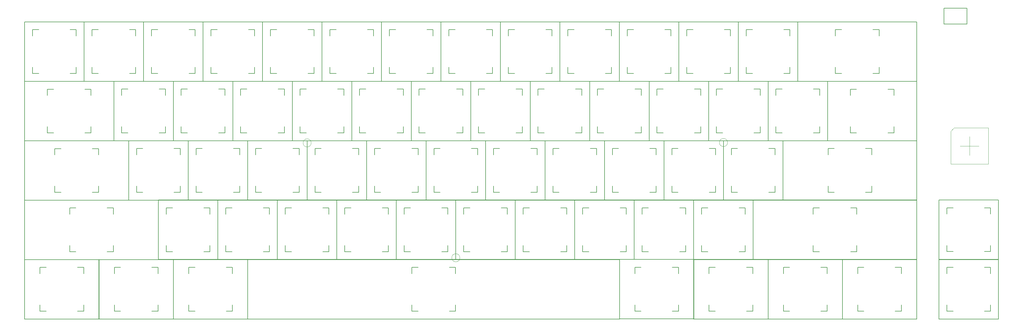
<source format=gbr>
G04 #@! TF.GenerationSoftware,KiCad,Pcbnew,(5.1.5)-3*
G04 #@! TF.CreationDate,2020-03-15T19:25:50-07:00*
G04 #@! TF.ProjectId,keyboard-layout,6b657962-6f61-4726-942d-6c61796f7574,rev?*
G04 #@! TF.SameCoordinates,Original*
G04 #@! TF.FileFunction,OtherDrawing,Comment*
%FSLAX46Y46*%
G04 Gerber Fmt 4.6, Leading zero omitted, Abs format (unit mm)*
G04 Created by KiCad (PCBNEW (5.1.5)-3) date 2020-03-15 19:25:50*
%MOMM*%
%LPD*%
G04 APERTURE LIST*
%ADD10C,0.120000*%
%ADD11C,0.150000*%
%ADD12C,0.200000*%
%ADD13C,0.100000*%
G04 APERTURE END LIST*
D10*
X317653040Y-53997320D02*
X328653040Y-53997320D01*
X328653040Y-53997320D02*
X328653040Y-65597320D01*
X328653040Y-65597320D02*
X316653040Y-65597320D01*
X316653040Y-65597320D02*
X316653040Y-55097320D01*
X316653040Y-55097320D02*
X317653040Y-53997320D01*
X322653040Y-56797320D02*
X322653040Y-62797320D01*
X319653040Y-59797320D02*
X325653040Y-59797320D01*
D11*
X253602500Y-41571660D02*
X255602500Y-41571660D01*
X255602500Y-41571660D02*
X255602500Y-43571660D01*
X253602500Y-55571660D02*
X255602500Y-55571660D01*
X255602500Y-55571660D02*
X255602500Y-53571660D01*
X241602500Y-53571660D02*
X241602500Y-55571660D01*
X241602500Y-55571660D02*
X243602500Y-55571660D01*
X243602500Y-41571660D02*
X241602500Y-41571660D01*
X241602500Y-41571660D02*
X241602500Y-43571660D01*
X239077500Y-39046660D02*
X258127500Y-39046660D01*
X258127500Y-39046660D02*
X258127500Y-58096660D01*
X258127500Y-58096660D02*
X239077500Y-58096660D01*
X239077500Y-58096660D02*
X239077500Y-39046660D01*
X156023320Y-98711500D02*
X158023320Y-98711500D01*
X158023320Y-98711500D02*
X158023320Y-100711500D01*
X156023320Y-112711500D02*
X158023320Y-112711500D01*
X158023320Y-112711500D02*
X158023320Y-110711500D01*
X144023320Y-110711500D02*
X144023320Y-112711500D01*
X144023320Y-112711500D02*
X146023320Y-112711500D01*
X146023320Y-98711500D02*
X144023320Y-98711500D01*
X144023320Y-98711500D02*
X144023320Y-100711500D01*
X91492070Y-96186500D02*
X210554570Y-96186500D01*
X210554570Y-96186500D02*
X210554570Y-115236500D01*
X91492070Y-115236500D02*
X210554570Y-115236500D01*
X91492070Y-115236500D02*
X91492070Y-96186500D01*
D12*
X321849750Y-15621000D02*
X321849750Y-20701000D01*
X314483750Y-15621000D02*
X321849750Y-15621000D01*
X314483750Y-20701000D02*
X314483750Y-15621000D01*
X321849750Y-20701000D02*
X314483750Y-20701000D01*
D11*
X77379840Y-79653880D02*
X79379840Y-79653880D01*
X79379840Y-79653880D02*
X79379840Y-81653880D01*
X77379840Y-93653880D02*
X79379840Y-93653880D01*
X79379840Y-93653880D02*
X79379840Y-91653880D01*
X65379840Y-91653880D02*
X65379840Y-93653880D01*
X65379840Y-93653880D02*
X67379840Y-93653880D01*
X67379840Y-79653880D02*
X65379840Y-79653880D01*
X65379840Y-79653880D02*
X65379840Y-81653880D01*
X62854840Y-77128880D02*
X81904840Y-77128880D01*
X81904840Y-77128880D02*
X81904840Y-96178880D01*
X81904840Y-96178880D02*
X62854840Y-96178880D01*
X62854840Y-96178880D02*
X62854840Y-77128880D01*
X158352500Y-41571660D02*
X160352500Y-41571660D01*
X160352500Y-41571660D02*
X160352500Y-43571660D01*
X158352500Y-55571660D02*
X160352500Y-55571660D01*
X160352500Y-55571660D02*
X160352500Y-53571660D01*
X146352500Y-53571660D02*
X146352500Y-55571660D01*
X146352500Y-55571660D02*
X148352500Y-55571660D01*
X148352500Y-41571660D02*
X146352500Y-41571660D01*
X146352500Y-41571660D02*
X146352500Y-43571660D01*
X143827500Y-39046660D02*
X162877500Y-39046660D01*
X162877500Y-39046660D02*
X162877500Y-58096660D01*
X162877500Y-58096660D02*
X143827500Y-58096660D01*
X143827500Y-58096660D02*
X143827500Y-39046660D01*
X96429840Y-79653880D02*
X98429840Y-79653880D01*
X98429840Y-79653880D02*
X98429840Y-81653880D01*
X96429840Y-93653880D02*
X98429840Y-93653880D01*
X98429840Y-93653880D02*
X98429840Y-91653880D01*
X84429840Y-91653880D02*
X84429840Y-93653880D01*
X84429840Y-93653880D02*
X86429840Y-93653880D01*
X86429840Y-79653880D02*
X84429840Y-79653880D01*
X84429840Y-79653880D02*
X84429840Y-81653880D01*
X81904840Y-77128880D02*
X100954840Y-77128880D01*
X100954840Y-77128880D02*
X100954840Y-96178880D01*
X100954840Y-96178880D02*
X81904840Y-96178880D01*
X81904840Y-96178880D02*
X81904840Y-77128880D01*
X60745380Y-98716580D02*
X62745380Y-98716580D01*
X62745380Y-98716580D02*
X62745380Y-100716580D01*
X60745380Y-112716580D02*
X62745380Y-112716580D01*
X62745380Y-112716580D02*
X62745380Y-110716580D01*
X48745380Y-110716580D02*
X48745380Y-112716580D01*
X48745380Y-112716580D02*
X50745380Y-112716580D01*
X50745380Y-98716580D02*
X48745380Y-98716580D01*
X48745380Y-98716580D02*
X48745380Y-100716580D01*
X43839130Y-96191580D02*
X67651630Y-96191580D01*
X67651630Y-96191580D02*
X67651630Y-115241580D01*
X67651630Y-115241580D02*
X43839130Y-115241580D01*
X43839130Y-115241580D02*
X43839130Y-96191580D01*
X251222520Y-98716580D02*
X253222520Y-98716580D01*
X253222520Y-98716580D02*
X253222520Y-100716580D01*
X251222520Y-112716580D02*
X253222520Y-112716580D01*
X253222520Y-112716580D02*
X253222520Y-110716580D01*
X239222520Y-110716580D02*
X239222520Y-112716580D01*
X239222520Y-112716580D02*
X241222520Y-112716580D01*
X241222520Y-98716580D02*
X239222520Y-98716580D01*
X239222520Y-98716580D02*
X239222520Y-100716580D01*
X234316270Y-96191580D02*
X258128770Y-96191580D01*
X258128770Y-96191580D02*
X258128770Y-115241580D01*
X258128770Y-115241580D02*
X234316270Y-115241580D01*
X234316270Y-115241580D02*
X234316270Y-96191580D01*
X82152500Y-41571660D02*
X84152500Y-41571660D01*
X84152500Y-41571660D02*
X84152500Y-43571660D01*
X82152500Y-55571660D02*
X84152500Y-55571660D01*
X84152500Y-55571660D02*
X84152500Y-53571660D01*
X70152500Y-53571660D02*
X70152500Y-55571660D01*
X70152500Y-55571660D02*
X72152500Y-55571660D01*
X72152500Y-41571660D02*
X70152500Y-41571660D01*
X70152500Y-41571660D02*
X70152500Y-43571660D01*
X67627500Y-39046660D02*
X86677500Y-39046660D01*
X86677500Y-39046660D02*
X86677500Y-58096660D01*
X86677500Y-58096660D02*
X67627500Y-58096660D01*
X67627500Y-58096660D02*
X67627500Y-39046660D01*
X134529840Y-79653880D02*
X136529840Y-79653880D01*
X136529840Y-79653880D02*
X136529840Y-81653880D01*
X134529840Y-93653880D02*
X136529840Y-93653880D01*
X136529840Y-93653880D02*
X136529840Y-91653880D01*
X122529840Y-91653880D02*
X122529840Y-93653880D01*
X122529840Y-93653880D02*
X124529840Y-93653880D01*
X124529840Y-79653880D02*
X122529840Y-79653880D01*
X122529840Y-79653880D02*
X122529840Y-81653880D01*
X120004840Y-77128880D02*
X139054840Y-77128880D01*
X139054840Y-77128880D02*
X139054840Y-96178880D01*
X139054840Y-96178880D02*
X120004840Y-96178880D01*
X120004840Y-96178880D02*
X120004840Y-77128880D01*
X177402500Y-41571660D02*
X179402500Y-41571660D01*
X179402500Y-41571660D02*
X179402500Y-43571660D01*
X177402500Y-55571660D02*
X179402500Y-55571660D01*
X179402500Y-55571660D02*
X179402500Y-53571660D01*
X165402500Y-53571660D02*
X165402500Y-55571660D01*
X165402500Y-55571660D02*
X167402500Y-55571660D01*
X167402500Y-41571660D02*
X165402500Y-41571660D01*
X165402500Y-41571660D02*
X165402500Y-43571660D01*
X162877500Y-39046660D02*
X181927500Y-39046660D01*
X181927500Y-39046660D02*
X181927500Y-58096660D01*
X181927500Y-58096660D02*
X162877500Y-58096660D01*
X162877500Y-58096660D02*
X162877500Y-39046660D01*
X39282380Y-41579280D02*
X41282380Y-41579280D01*
X41282380Y-41579280D02*
X41282380Y-43579280D01*
X39282380Y-55579280D02*
X41282380Y-55579280D01*
X41282380Y-55579280D02*
X41282380Y-53579280D01*
X27282380Y-53579280D02*
X27282380Y-55579280D01*
X27282380Y-55579280D02*
X29282380Y-55579280D01*
X29282380Y-41579280D02*
X27282380Y-41579280D01*
X27282380Y-41579280D02*
X27282380Y-43579280D01*
X19994880Y-39054280D02*
X48569880Y-39054280D01*
X48569880Y-39054280D02*
X48569880Y-58104280D01*
X48569880Y-58104280D02*
X19994880Y-58104280D01*
X19994880Y-58104280D02*
X19994880Y-39054280D01*
X139302500Y-41571660D02*
X141302500Y-41571660D01*
X141302500Y-41571660D02*
X141302500Y-43571660D01*
X139302500Y-55571660D02*
X141302500Y-55571660D01*
X141302500Y-55571660D02*
X141302500Y-53571660D01*
X127302500Y-53571660D02*
X127302500Y-55571660D01*
X127302500Y-55571660D02*
X129302500Y-55571660D01*
X129302500Y-41571660D02*
X127302500Y-41571660D01*
X127302500Y-41571660D02*
X127302500Y-43571660D01*
X124777500Y-39046660D02*
X143827500Y-39046660D01*
X143827500Y-39046660D02*
X143827500Y-58096660D01*
X143827500Y-58096660D02*
X124777500Y-58096660D01*
X124777500Y-58096660D02*
X124777500Y-39046660D01*
X248829840Y-79653880D02*
X250829840Y-79653880D01*
X250829840Y-79653880D02*
X250829840Y-81653880D01*
X248829840Y-93653880D02*
X250829840Y-93653880D01*
X250829840Y-93653880D02*
X250829840Y-91653880D01*
X236829840Y-91653880D02*
X236829840Y-93653880D01*
X236829840Y-93653880D02*
X238829840Y-93653880D01*
X238829840Y-79653880D02*
X236829840Y-79653880D01*
X236829840Y-79653880D02*
X236829840Y-81653880D01*
X234304840Y-77128880D02*
X253354840Y-77128880D01*
X253354840Y-77128880D02*
X253354840Y-96178880D01*
X253354840Y-96178880D02*
X234304840Y-96178880D01*
X234304840Y-96178880D02*
X234304840Y-77128880D01*
X46427400Y-79674200D02*
X48427400Y-79674200D01*
X48427400Y-79674200D02*
X48427400Y-81674200D01*
X46427400Y-93674200D02*
X48427400Y-93674200D01*
X48427400Y-93674200D02*
X48427400Y-91674200D01*
X34427400Y-91674200D02*
X34427400Y-93674200D01*
X34427400Y-93674200D02*
X36427400Y-93674200D01*
X36427400Y-79674200D02*
X34427400Y-79674200D01*
X34427400Y-79674200D02*
X34427400Y-81674200D01*
X19996150Y-77149200D02*
X62858650Y-77149200D01*
X62858650Y-77149200D02*
X62858650Y-96199200D01*
X19996150Y-96199200D02*
X62858650Y-96199200D01*
X19996150Y-96199200D02*
X19996150Y-77149200D01*
X284552400Y-79658960D02*
X286552400Y-79658960D01*
X286552400Y-79658960D02*
X286552400Y-81658960D01*
X284552400Y-93658960D02*
X286552400Y-93658960D01*
X286552400Y-93658960D02*
X286552400Y-91658960D01*
X272552400Y-91658960D02*
X272552400Y-93658960D01*
X272552400Y-93658960D02*
X274552400Y-93658960D01*
X274552400Y-79658960D02*
X272552400Y-79658960D01*
X272552400Y-79658960D02*
X272552400Y-81658960D01*
X253358650Y-77133960D02*
X305746150Y-77133960D01*
X305746150Y-77133960D02*
X305746150Y-96183960D01*
X253358650Y-96183960D02*
X305746150Y-96183960D01*
X253358650Y-96183960D02*
X253358650Y-77133960D01*
X239317540Y-60621660D02*
X241317540Y-60621660D01*
X241317540Y-60621660D02*
X241317540Y-62621660D01*
X239317540Y-74621660D02*
X241317540Y-74621660D01*
X241317540Y-74621660D02*
X241317540Y-72621660D01*
X227317540Y-72621660D02*
X227317540Y-74621660D01*
X227317540Y-74621660D02*
X229317540Y-74621660D01*
X229317540Y-60621660D02*
X227317540Y-60621660D01*
X227317540Y-60621660D02*
X227317540Y-62621660D01*
X224792540Y-58096660D02*
X243842540Y-58096660D01*
X243842540Y-58096660D02*
X243842540Y-77146660D01*
X243842540Y-77146660D02*
X224792540Y-77146660D01*
X224792540Y-77146660D02*
X224792540Y-58096660D01*
X86917540Y-60621660D02*
X88917540Y-60621660D01*
X88917540Y-60621660D02*
X88917540Y-62621660D01*
X86917540Y-74621660D02*
X88917540Y-74621660D01*
X88917540Y-74621660D02*
X88917540Y-72621660D01*
X74917540Y-72621660D02*
X74917540Y-74621660D01*
X74917540Y-74621660D02*
X76917540Y-74621660D01*
X76917540Y-60621660D02*
X74917540Y-60621660D01*
X74917540Y-60621660D02*
X74917540Y-62621660D01*
X72392540Y-58096660D02*
X91442540Y-58096660D01*
X91442540Y-58096660D02*
X91442540Y-77146660D01*
X91442540Y-77146660D02*
X72392540Y-77146660D01*
X72392540Y-77146660D02*
X72392540Y-58096660D01*
X120252500Y-41571660D02*
X122252500Y-41571660D01*
X122252500Y-41571660D02*
X122252500Y-43571660D01*
X120252500Y-55571660D02*
X122252500Y-55571660D01*
X122252500Y-55571660D02*
X122252500Y-53571660D01*
X108252500Y-53571660D02*
X108252500Y-55571660D01*
X108252500Y-55571660D02*
X110252500Y-55571660D01*
X110252500Y-41571660D02*
X108252500Y-41571660D01*
X108252500Y-41571660D02*
X108252500Y-43571660D01*
X105727500Y-39046660D02*
X124777500Y-39046660D01*
X124777500Y-39046660D02*
X124777500Y-58096660D01*
X124777500Y-58096660D02*
X105727500Y-58096660D01*
X105727500Y-58096660D02*
X105727500Y-39046660D01*
X258367540Y-60621660D02*
X260367540Y-60621660D01*
X260367540Y-60621660D02*
X260367540Y-62621660D01*
X258367540Y-74621660D02*
X260367540Y-74621660D01*
X260367540Y-74621660D02*
X260367540Y-72621660D01*
X246367540Y-72621660D02*
X246367540Y-74621660D01*
X246367540Y-74621660D02*
X248367540Y-74621660D01*
X248367540Y-60621660D02*
X246367540Y-60621660D01*
X246367540Y-60621660D02*
X246367540Y-62621660D01*
X243842540Y-58096660D02*
X262892540Y-58096660D01*
X262892540Y-58096660D02*
X262892540Y-77146660D01*
X262892540Y-77146660D02*
X243842540Y-77146660D01*
X243842540Y-77146660D02*
X243842540Y-58096660D01*
X63102500Y-41571660D02*
X65102500Y-41571660D01*
X65102500Y-41571660D02*
X65102500Y-43571660D01*
X63102500Y-55571660D02*
X65102500Y-55571660D01*
X65102500Y-55571660D02*
X65102500Y-53571660D01*
X51102500Y-53571660D02*
X51102500Y-55571660D01*
X51102500Y-55571660D02*
X53102500Y-55571660D01*
X53102500Y-41571660D02*
X51102500Y-41571660D01*
X51102500Y-41571660D02*
X51102500Y-43571660D01*
X48577500Y-39046660D02*
X67627500Y-39046660D01*
X67627500Y-39046660D02*
X67627500Y-58096660D01*
X67627500Y-58096660D02*
X48577500Y-58096660D01*
X48577500Y-58096660D02*
X48577500Y-39046660D01*
X234552500Y-41571660D02*
X236552500Y-41571660D01*
X236552500Y-41571660D02*
X236552500Y-43571660D01*
X234552500Y-55571660D02*
X236552500Y-55571660D01*
X236552500Y-55571660D02*
X236552500Y-53571660D01*
X222552500Y-53571660D02*
X222552500Y-55571660D01*
X222552500Y-55571660D02*
X224552500Y-55571660D01*
X224552500Y-41571660D02*
X222552500Y-41571660D01*
X222552500Y-41571660D02*
X222552500Y-43571660D01*
X220027500Y-39046660D02*
X239077500Y-39046660D01*
X239077500Y-39046660D02*
X239077500Y-58096660D01*
X239077500Y-58096660D02*
X220027500Y-58096660D01*
X220027500Y-58096660D02*
X220027500Y-39046660D01*
X215502500Y-41571660D02*
X217502500Y-41571660D01*
X217502500Y-41571660D02*
X217502500Y-43571660D01*
X215502500Y-55571660D02*
X217502500Y-55571660D01*
X217502500Y-55571660D02*
X217502500Y-53571660D01*
X203502500Y-53571660D02*
X203502500Y-55571660D01*
X203502500Y-55571660D02*
X205502500Y-55571660D01*
X205502500Y-41571660D02*
X203502500Y-41571660D01*
X203502500Y-41571660D02*
X203502500Y-43571660D01*
X200977500Y-39046660D02*
X220027500Y-39046660D01*
X220027500Y-39046660D02*
X220027500Y-58096660D01*
X220027500Y-58096660D02*
X200977500Y-58096660D01*
X200977500Y-58096660D02*
X200977500Y-39046660D01*
X172629840Y-79653880D02*
X174629840Y-79653880D01*
X174629840Y-79653880D02*
X174629840Y-81653880D01*
X172629840Y-93653880D02*
X174629840Y-93653880D01*
X174629840Y-93653880D02*
X174629840Y-91653880D01*
X160629840Y-91653880D02*
X160629840Y-93653880D01*
X160629840Y-93653880D02*
X162629840Y-93653880D01*
X162629840Y-79653880D02*
X160629840Y-79653880D01*
X160629840Y-79653880D02*
X160629840Y-81653880D01*
X158104840Y-77128880D02*
X177154840Y-77128880D01*
X177154840Y-77128880D02*
X177154840Y-96178880D01*
X177154840Y-96178880D02*
X158104840Y-96178880D01*
X158104840Y-96178880D02*
X158104840Y-77128880D01*
X244077500Y-22521660D02*
X246077500Y-22521660D01*
X246077500Y-22521660D02*
X246077500Y-24521660D01*
X244077500Y-36521660D02*
X246077500Y-36521660D01*
X246077500Y-36521660D02*
X246077500Y-34521660D01*
X232077500Y-34521660D02*
X232077500Y-36521660D01*
X232077500Y-36521660D02*
X234077500Y-36521660D01*
X234077500Y-22521660D02*
X232077500Y-22521660D01*
X232077500Y-22521660D02*
X232077500Y-24521660D01*
X229552500Y-19996660D02*
X248602500Y-19996660D01*
X248602500Y-19996660D02*
X248602500Y-39046660D01*
X248602500Y-39046660D02*
X229552500Y-39046660D01*
X229552500Y-39046660D02*
X229552500Y-19996660D01*
X275029940Y-98716580D02*
X277029940Y-98716580D01*
X277029940Y-98716580D02*
X277029940Y-100716580D01*
X275029940Y-112716580D02*
X277029940Y-112716580D01*
X277029940Y-112716580D02*
X277029940Y-110716580D01*
X263029940Y-110716580D02*
X263029940Y-112716580D01*
X263029940Y-112716580D02*
X265029940Y-112716580D01*
X265029940Y-98716580D02*
X263029940Y-98716580D01*
X263029940Y-98716580D02*
X263029940Y-100716580D01*
X258123690Y-96191580D02*
X281936190Y-96191580D01*
X281936190Y-96191580D02*
X281936190Y-115241580D01*
X281936190Y-115241580D02*
X258123690Y-115241580D01*
X258123690Y-115241580D02*
X258123690Y-96191580D01*
X191679840Y-79653880D02*
X193679840Y-79653880D01*
X193679840Y-79653880D02*
X193679840Y-81653880D01*
X191679840Y-93653880D02*
X193679840Y-93653880D01*
X193679840Y-93653880D02*
X193679840Y-91653880D01*
X179679840Y-91653880D02*
X179679840Y-93653880D01*
X179679840Y-93653880D02*
X181679840Y-93653880D01*
X181679840Y-79653880D02*
X179679840Y-79653880D01*
X179679840Y-79653880D02*
X179679840Y-81653880D01*
X177154840Y-77128880D02*
X196204840Y-77128880D01*
X196204840Y-77128880D02*
X196204840Y-96178880D01*
X196204840Y-96178880D02*
X177154840Y-96178880D01*
X177154840Y-96178880D02*
X177154840Y-77128880D01*
X220267540Y-60621660D02*
X222267540Y-60621660D01*
X222267540Y-60621660D02*
X222267540Y-62621660D01*
X220267540Y-74621660D02*
X222267540Y-74621660D01*
X222267540Y-74621660D02*
X222267540Y-72621660D01*
X208267540Y-72621660D02*
X208267540Y-74621660D01*
X208267540Y-74621660D02*
X210267540Y-74621660D01*
X210267540Y-60621660D02*
X208267540Y-60621660D01*
X208267540Y-60621660D02*
X208267540Y-62621660D01*
X205742540Y-58096660D02*
X224792540Y-58096660D01*
X224792540Y-58096660D02*
X224792540Y-77146660D01*
X224792540Y-77146660D02*
X205742540Y-77146660D01*
X205742540Y-77146660D02*
X205742540Y-58096660D01*
X201217540Y-60621660D02*
X203217540Y-60621660D01*
X203217540Y-60621660D02*
X203217540Y-62621660D01*
X201217540Y-74621660D02*
X203217540Y-74621660D01*
X203217540Y-74621660D02*
X203217540Y-72621660D01*
X189217540Y-72621660D02*
X189217540Y-74621660D01*
X189217540Y-74621660D02*
X191217540Y-74621660D01*
X191217540Y-60621660D02*
X189217540Y-60621660D01*
X189217540Y-60621660D02*
X189217540Y-62621660D01*
X186692540Y-58096660D02*
X205742540Y-58096660D01*
X205742540Y-58096660D02*
X205742540Y-77146660D01*
X205742540Y-77146660D02*
X186692540Y-77146660D01*
X186692540Y-77146660D02*
X186692540Y-58096660D01*
X182167540Y-60621660D02*
X184167540Y-60621660D01*
X184167540Y-60621660D02*
X184167540Y-62621660D01*
X182167540Y-74621660D02*
X184167540Y-74621660D01*
X184167540Y-74621660D02*
X184167540Y-72621660D01*
X170167540Y-72621660D02*
X170167540Y-74621660D01*
X170167540Y-74621660D02*
X172167540Y-74621660D01*
X172167540Y-60621660D02*
X170167540Y-60621660D01*
X170167540Y-60621660D02*
X170167540Y-62621660D01*
X167642540Y-58096660D02*
X186692540Y-58096660D01*
X186692540Y-58096660D02*
X186692540Y-77146660D01*
X186692540Y-77146660D02*
X167642540Y-77146660D01*
X167642540Y-77146660D02*
X167642540Y-58096660D01*
X196452500Y-41571660D02*
X198452500Y-41571660D01*
X198452500Y-41571660D02*
X198452500Y-43571660D01*
X196452500Y-55571660D02*
X198452500Y-55571660D01*
X198452500Y-55571660D02*
X198452500Y-53571660D01*
X184452500Y-53571660D02*
X184452500Y-55571660D01*
X184452500Y-55571660D02*
X186452500Y-55571660D01*
X186452500Y-41571660D02*
X184452500Y-41571660D01*
X184452500Y-41571660D02*
X184452500Y-43571660D01*
X181927500Y-39046660D02*
X200977500Y-39046660D01*
X200977500Y-39046660D02*
X200977500Y-58096660D01*
X200977500Y-58096660D02*
X181927500Y-58096660D01*
X181927500Y-58096660D02*
X181927500Y-39046660D01*
X163117540Y-60621660D02*
X165117540Y-60621660D01*
X165117540Y-60621660D02*
X165117540Y-62621660D01*
X163117540Y-74621660D02*
X165117540Y-74621660D01*
X165117540Y-74621660D02*
X165117540Y-72621660D01*
X151117540Y-72621660D02*
X151117540Y-74621660D01*
X151117540Y-74621660D02*
X153117540Y-74621660D01*
X153117540Y-60621660D02*
X151117540Y-60621660D01*
X151117540Y-60621660D02*
X151117540Y-62621660D01*
X148592540Y-58096660D02*
X167642540Y-58096660D01*
X167642540Y-58096660D02*
X167642540Y-77146660D01*
X167642540Y-77146660D02*
X148592540Y-77146660D01*
X148592540Y-77146660D02*
X148592540Y-58096660D01*
X144067540Y-60621660D02*
X146067540Y-60621660D01*
X146067540Y-60621660D02*
X146067540Y-62621660D01*
X144067540Y-74621660D02*
X146067540Y-74621660D01*
X146067540Y-74621660D02*
X146067540Y-72621660D01*
X132067540Y-72621660D02*
X132067540Y-74621660D01*
X132067540Y-74621660D02*
X134067540Y-74621660D01*
X134067540Y-60621660D02*
X132067540Y-60621660D01*
X132067540Y-60621660D02*
X132067540Y-62621660D01*
X129542540Y-58096660D02*
X148592540Y-58096660D01*
X148592540Y-58096660D02*
X148592540Y-77146660D01*
X148592540Y-77146660D02*
X129542540Y-77146660D01*
X129542540Y-77146660D02*
X129542540Y-58096660D01*
X125017540Y-60621660D02*
X127017540Y-60621660D01*
X127017540Y-60621660D02*
X127017540Y-62621660D01*
X125017540Y-74621660D02*
X127017540Y-74621660D01*
X127017540Y-74621660D02*
X127017540Y-72621660D01*
X113017540Y-72621660D02*
X113017540Y-74621660D01*
X113017540Y-74621660D02*
X115017540Y-74621660D01*
X115017540Y-60621660D02*
X113017540Y-60621660D01*
X113017540Y-60621660D02*
X113017540Y-62621660D01*
X110492540Y-58096660D02*
X129542540Y-58096660D01*
X129542540Y-58096660D02*
X129542540Y-77146660D01*
X129542540Y-77146660D02*
X110492540Y-77146660D01*
X110492540Y-77146660D02*
X110492540Y-58096660D01*
X34527500Y-22521660D02*
X36527500Y-22521660D01*
X36527500Y-22521660D02*
X36527500Y-24521660D01*
X34527500Y-36521660D02*
X36527500Y-36521660D01*
X36527500Y-36521660D02*
X36527500Y-34521660D01*
X22527500Y-34521660D02*
X22527500Y-36521660D01*
X22527500Y-36521660D02*
X24527500Y-36521660D01*
X24527500Y-22521660D02*
X22527500Y-22521660D01*
X22527500Y-22521660D02*
X22527500Y-24521660D01*
X20002500Y-19996660D02*
X39052500Y-19996660D01*
X39052500Y-19996660D02*
X39052500Y-39046660D01*
X39052500Y-39046660D02*
X20002500Y-39046660D01*
X20002500Y-39046660D02*
X20002500Y-19996660D01*
X263127500Y-22521660D02*
X265127500Y-22521660D01*
X265127500Y-22521660D02*
X265127500Y-24521660D01*
X263127500Y-36521660D02*
X265127500Y-36521660D01*
X265127500Y-36521660D02*
X265127500Y-34521660D01*
X251127500Y-34521660D02*
X251127500Y-36521660D01*
X251127500Y-36521660D02*
X253127500Y-36521660D01*
X253127500Y-22521660D02*
X251127500Y-22521660D01*
X251127500Y-22521660D02*
X251127500Y-24521660D01*
X248602500Y-19996660D02*
X267652500Y-19996660D01*
X267652500Y-19996660D02*
X267652500Y-39046660D01*
X267652500Y-39046660D02*
X248602500Y-39046660D01*
X248602500Y-39046660D02*
X248602500Y-19996660D01*
X289340300Y-60619120D02*
X291340300Y-60619120D01*
X291340300Y-60619120D02*
X291340300Y-62619120D01*
X289340300Y-74619120D02*
X291340300Y-74619120D01*
X291340300Y-74619120D02*
X291340300Y-72619120D01*
X277340300Y-72619120D02*
X277340300Y-74619120D01*
X277340300Y-74619120D02*
X279340300Y-74619120D01*
X279340300Y-60619120D02*
X277340300Y-60619120D01*
X277340300Y-60619120D02*
X277340300Y-62619120D01*
X262909050Y-58094120D02*
X305771550Y-58094120D01*
X305771550Y-58094120D02*
X305771550Y-77144120D01*
X262909050Y-77144120D02*
X305771550Y-77144120D01*
X262909050Y-77144120D02*
X262909050Y-58094120D01*
X101202500Y-41571660D02*
X103202500Y-41571660D01*
X103202500Y-41571660D02*
X103202500Y-43571660D01*
X101202500Y-55571660D02*
X103202500Y-55571660D01*
X103202500Y-55571660D02*
X103202500Y-53571660D01*
X89202500Y-53571660D02*
X89202500Y-55571660D01*
X89202500Y-55571660D02*
X91202500Y-55571660D01*
X91202500Y-41571660D02*
X89202500Y-41571660D01*
X89202500Y-41571660D02*
X89202500Y-43571660D01*
X86677500Y-39046660D02*
X105727500Y-39046660D01*
X105727500Y-39046660D02*
X105727500Y-58096660D01*
X105727500Y-58096660D02*
X86677500Y-58096660D01*
X86677500Y-58096660D02*
X86677500Y-39046660D01*
X229779840Y-79653880D02*
X231779840Y-79653880D01*
X231779840Y-79653880D02*
X231779840Y-81653880D01*
X229779840Y-93653880D02*
X231779840Y-93653880D01*
X231779840Y-93653880D02*
X231779840Y-91653880D01*
X217779840Y-91653880D02*
X217779840Y-93653880D01*
X217779840Y-93653880D02*
X219779840Y-93653880D01*
X219779840Y-79653880D02*
X217779840Y-79653880D01*
X217779840Y-79653880D02*
X217779840Y-81653880D01*
X215254840Y-77128880D02*
X234304840Y-77128880D01*
X234304840Y-77128880D02*
X234304840Y-96178880D01*
X234304840Y-96178880D02*
X215254840Y-96178880D01*
X215254840Y-96178880D02*
X215254840Y-77128880D01*
X105967540Y-60621660D02*
X107967540Y-60621660D01*
X107967540Y-60621660D02*
X107967540Y-62621660D01*
X105967540Y-74621660D02*
X107967540Y-74621660D01*
X107967540Y-74621660D02*
X107967540Y-72621660D01*
X93967540Y-72621660D02*
X93967540Y-74621660D01*
X93967540Y-74621660D02*
X95967540Y-74621660D01*
X95967540Y-60621660D02*
X93967540Y-60621660D01*
X93967540Y-60621660D02*
X93967540Y-62621660D01*
X91442540Y-58096660D02*
X110492540Y-58096660D01*
X110492540Y-58096660D02*
X110492540Y-77146660D01*
X110492540Y-77146660D02*
X91442540Y-77146660D01*
X91442540Y-77146660D02*
X91442540Y-58096660D01*
X36915100Y-98716580D02*
X38915100Y-98716580D01*
X38915100Y-98716580D02*
X38915100Y-100716580D01*
X36915100Y-112716580D02*
X38915100Y-112716580D01*
X38915100Y-112716580D02*
X38915100Y-110716580D01*
X24915100Y-110716580D02*
X24915100Y-112716580D01*
X24915100Y-112716580D02*
X26915100Y-112716580D01*
X26915100Y-98716580D02*
X24915100Y-98716580D01*
X24915100Y-98716580D02*
X24915100Y-100716580D01*
X20008850Y-96191580D02*
X43821350Y-96191580D01*
X43821350Y-96191580D02*
X43821350Y-115241580D01*
X43821350Y-115241580D02*
X20008850Y-115241580D01*
X20008850Y-115241580D02*
X20008850Y-96191580D01*
X298834820Y-98716580D02*
X300834820Y-98716580D01*
X300834820Y-98716580D02*
X300834820Y-100716580D01*
X298834820Y-112716580D02*
X300834820Y-112716580D01*
X300834820Y-112716580D02*
X300834820Y-110716580D01*
X286834820Y-110716580D02*
X286834820Y-112716580D01*
X286834820Y-112716580D02*
X288834820Y-112716580D01*
X288834820Y-98716580D02*
X286834820Y-98716580D01*
X286834820Y-98716580D02*
X286834820Y-100716580D01*
X281928570Y-96191580D02*
X305741070Y-96191580D01*
X305741070Y-96191580D02*
X305741070Y-115241580D01*
X305741070Y-115241580D02*
X281928570Y-115241580D01*
X281928570Y-115241580D02*
X281928570Y-96191580D01*
X210729840Y-79653880D02*
X212729840Y-79653880D01*
X212729840Y-79653880D02*
X212729840Y-81653880D01*
X210729840Y-93653880D02*
X212729840Y-93653880D01*
X212729840Y-93653880D02*
X212729840Y-91653880D01*
X198729840Y-91653880D02*
X198729840Y-93653880D01*
X198729840Y-93653880D02*
X200729840Y-93653880D01*
X200729840Y-79653880D02*
X198729840Y-79653880D01*
X198729840Y-79653880D02*
X198729840Y-81653880D01*
X196204840Y-77128880D02*
X215254840Y-77128880D01*
X215254840Y-77128880D02*
X215254840Y-96178880D01*
X215254840Y-96178880D02*
X196204840Y-96178880D01*
X196204840Y-96178880D02*
X196204840Y-77128880D01*
X41664900Y-60631820D02*
X43664900Y-60631820D01*
X43664900Y-60631820D02*
X43664900Y-62631820D01*
X41664900Y-74631820D02*
X43664900Y-74631820D01*
X43664900Y-74631820D02*
X43664900Y-72631820D01*
X29664900Y-72631820D02*
X29664900Y-74631820D01*
X29664900Y-74631820D02*
X31664900Y-74631820D01*
X31664900Y-60631820D02*
X29664900Y-60631820D01*
X29664900Y-60631820D02*
X29664900Y-62631820D01*
X19996150Y-58106820D02*
X53333650Y-58106820D01*
X53333650Y-58106820D02*
X53333650Y-77156820D01*
X53333650Y-77156820D02*
X19996150Y-77156820D01*
X19996150Y-77156820D02*
X19996150Y-58106820D01*
X115479840Y-79653880D02*
X117479840Y-79653880D01*
X117479840Y-79653880D02*
X117479840Y-81653880D01*
X115479840Y-93653880D02*
X117479840Y-93653880D01*
X117479840Y-93653880D02*
X117479840Y-91653880D01*
X103479840Y-91653880D02*
X103479840Y-93653880D01*
X103479840Y-93653880D02*
X105479840Y-93653880D01*
X105479840Y-79653880D02*
X103479840Y-79653880D01*
X103479840Y-79653880D02*
X103479840Y-81653880D01*
X100954840Y-77128880D02*
X120004840Y-77128880D01*
X120004840Y-77128880D02*
X120004840Y-96178880D01*
X120004840Y-96178880D02*
X100954840Y-96178880D01*
X100954840Y-96178880D02*
X100954840Y-77128880D01*
X296472500Y-41586660D02*
X298472500Y-41586660D01*
X298472500Y-41586660D02*
X298472500Y-43586660D01*
X296472500Y-55586660D02*
X298472500Y-55586660D01*
X298472500Y-55586660D02*
X298472500Y-53586660D01*
X284472500Y-53586660D02*
X284472500Y-55586660D01*
X284472500Y-55586660D02*
X286472500Y-55586660D01*
X286472500Y-41586660D02*
X284472500Y-41586660D01*
X284472500Y-41586660D02*
X284472500Y-43586660D01*
X277185000Y-39061660D02*
X305760000Y-39061660D01*
X305760000Y-39061660D02*
X305760000Y-58111660D01*
X305760000Y-58111660D02*
X277185000Y-58111660D01*
X277185000Y-58111660D02*
X277185000Y-39061660D01*
X291702500Y-22521660D02*
X293702500Y-22521660D01*
X293702500Y-22521660D02*
X293702500Y-24521660D01*
X291702500Y-36521660D02*
X293702500Y-36521660D01*
X293702500Y-36521660D02*
X293702500Y-34521660D01*
X279702500Y-34521660D02*
X279702500Y-36521660D01*
X279702500Y-36521660D02*
X281702500Y-36521660D01*
X281702500Y-22521660D02*
X279702500Y-22521660D01*
X279702500Y-22521660D02*
X279702500Y-24521660D01*
X267652500Y-19996660D02*
X305752500Y-19996660D01*
X305752500Y-19996660D02*
X305752500Y-39046660D01*
X267652500Y-39046660D02*
X305752500Y-39046660D01*
X267652500Y-39046660D02*
X267652500Y-19996660D01*
X153579840Y-79653880D02*
X155579840Y-79653880D01*
X155579840Y-79653880D02*
X155579840Y-81653880D01*
X153579840Y-93653880D02*
X155579840Y-93653880D01*
X155579840Y-93653880D02*
X155579840Y-91653880D01*
X141579840Y-91653880D02*
X141579840Y-93653880D01*
X141579840Y-93653880D02*
X143579840Y-93653880D01*
X143579840Y-79653880D02*
X141579840Y-79653880D01*
X141579840Y-79653880D02*
X141579840Y-81653880D01*
X139054840Y-77128880D02*
X158104840Y-77128880D01*
X158104840Y-77128880D02*
X158104840Y-96178880D01*
X158104840Y-96178880D02*
X139054840Y-96178880D01*
X139054840Y-96178880D02*
X139054840Y-77128880D01*
X84573120Y-98716580D02*
X86573120Y-98716580D01*
X86573120Y-98716580D02*
X86573120Y-100716580D01*
X84573120Y-112716580D02*
X86573120Y-112716580D01*
X86573120Y-112716580D02*
X86573120Y-110716580D01*
X72573120Y-110716580D02*
X72573120Y-112716580D01*
X72573120Y-112716580D02*
X74573120Y-112716580D01*
X74573120Y-98716580D02*
X72573120Y-98716580D01*
X72573120Y-98716580D02*
X72573120Y-100716580D01*
X67666870Y-96191580D02*
X91479370Y-96191580D01*
X91479370Y-96191580D02*
X91479370Y-115241580D01*
X91479370Y-115241580D02*
X67666870Y-115241580D01*
X67666870Y-115241580D02*
X67666870Y-96191580D01*
X227453200Y-98696260D02*
X229453200Y-98696260D01*
X229453200Y-98696260D02*
X229453200Y-100696260D01*
X227453200Y-112696260D02*
X229453200Y-112696260D01*
X229453200Y-112696260D02*
X229453200Y-110696260D01*
X215453200Y-110696260D02*
X215453200Y-112696260D01*
X215453200Y-112696260D02*
X217453200Y-112696260D01*
X217453200Y-98696260D02*
X215453200Y-98696260D01*
X215453200Y-98696260D02*
X215453200Y-100696260D01*
X210546950Y-96171260D02*
X234359450Y-96171260D01*
X234359450Y-96171260D02*
X234359450Y-115221260D01*
X234359450Y-115221260D02*
X210546950Y-115221260D01*
X210546950Y-115221260D02*
X210546950Y-96171260D01*
X67867540Y-60621660D02*
X69867540Y-60621660D01*
X69867540Y-60621660D02*
X69867540Y-62621660D01*
X67867540Y-74621660D02*
X69867540Y-74621660D01*
X69867540Y-74621660D02*
X69867540Y-72621660D01*
X55867540Y-72621660D02*
X55867540Y-74621660D01*
X55867540Y-74621660D02*
X57867540Y-74621660D01*
X57867540Y-60621660D02*
X55867540Y-60621660D01*
X55867540Y-60621660D02*
X55867540Y-62621660D01*
X53342540Y-58096660D02*
X72392540Y-58096660D01*
X72392540Y-58096660D02*
X72392540Y-77146660D01*
X72392540Y-77146660D02*
X53342540Y-77146660D01*
X53342540Y-77146660D02*
X53342540Y-58096660D01*
X272652500Y-41571660D02*
X274652500Y-41571660D01*
X274652500Y-41571660D02*
X274652500Y-43571660D01*
X272652500Y-55571660D02*
X274652500Y-55571660D01*
X274652500Y-55571660D02*
X274652500Y-53571660D01*
X260652500Y-53571660D02*
X260652500Y-55571660D01*
X260652500Y-55571660D02*
X262652500Y-55571660D01*
X262652500Y-41571660D02*
X260652500Y-41571660D01*
X260652500Y-41571660D02*
X260652500Y-43571660D01*
X258127500Y-39046660D02*
X277177500Y-39046660D01*
X277177500Y-39046660D02*
X277177500Y-58096660D01*
X277177500Y-58096660D02*
X258127500Y-58096660D01*
X258127500Y-58096660D02*
X258127500Y-39046660D01*
X327389500Y-79614000D02*
X329389500Y-79614000D01*
X329389500Y-79614000D02*
X329389500Y-81614000D01*
X327389500Y-93614000D02*
X329389500Y-93614000D01*
X329389500Y-93614000D02*
X329389500Y-91614000D01*
X315389500Y-91614000D02*
X315389500Y-93614000D01*
X315389500Y-93614000D02*
X317389500Y-93614000D01*
X317389500Y-79614000D02*
X315389500Y-79614000D01*
X315389500Y-79614000D02*
X315389500Y-81614000D01*
X312864500Y-77089000D02*
X331914500Y-77089000D01*
X331914500Y-77089000D02*
X331914500Y-96139000D01*
X331914500Y-96139000D02*
X312864500Y-96139000D01*
X312864500Y-96139000D02*
X312864500Y-77089000D01*
X327389500Y-98721660D02*
X329389500Y-98721660D01*
X329389500Y-98721660D02*
X329389500Y-100721660D01*
X327389500Y-112721660D02*
X329389500Y-112721660D01*
X329389500Y-112721660D02*
X329389500Y-110721660D01*
X315389500Y-110721660D02*
X315389500Y-112721660D01*
X315389500Y-112721660D02*
X317389500Y-112721660D01*
X317389500Y-98721660D02*
X315389500Y-98721660D01*
X315389500Y-98721660D02*
X315389500Y-100721660D01*
X312864500Y-96196660D02*
X331914500Y-96196660D01*
X331914500Y-96196660D02*
X331914500Y-115246660D01*
X331914500Y-115246660D02*
X312864500Y-115246660D01*
X312864500Y-115246660D02*
X312864500Y-96196660D01*
X205977500Y-22521660D02*
X207977500Y-22521660D01*
X207977500Y-22521660D02*
X207977500Y-24521660D01*
X205977500Y-36521660D02*
X207977500Y-36521660D01*
X207977500Y-36521660D02*
X207977500Y-34521660D01*
X193977500Y-34521660D02*
X193977500Y-36521660D01*
X193977500Y-36521660D02*
X195977500Y-36521660D01*
X195977500Y-22521660D02*
X193977500Y-22521660D01*
X193977500Y-22521660D02*
X193977500Y-24521660D01*
X191452500Y-19996660D02*
X210502500Y-19996660D01*
X210502500Y-19996660D02*
X210502500Y-39046660D01*
X210502500Y-39046660D02*
X191452500Y-39046660D01*
X191452500Y-39046660D02*
X191452500Y-19996660D01*
X186927500Y-22521660D02*
X188927500Y-22521660D01*
X188927500Y-22521660D02*
X188927500Y-24521660D01*
X186927500Y-36521660D02*
X188927500Y-36521660D01*
X188927500Y-36521660D02*
X188927500Y-34521660D01*
X174927500Y-34521660D02*
X174927500Y-36521660D01*
X174927500Y-36521660D02*
X176927500Y-36521660D01*
X176927500Y-22521660D02*
X174927500Y-22521660D01*
X174927500Y-22521660D02*
X174927500Y-24521660D01*
X172402500Y-19996660D02*
X191452500Y-19996660D01*
X191452500Y-19996660D02*
X191452500Y-39046660D01*
X191452500Y-39046660D02*
X172402500Y-39046660D01*
X172402500Y-39046660D02*
X172402500Y-19996660D01*
X167877500Y-22521660D02*
X169877500Y-22521660D01*
X169877500Y-22521660D02*
X169877500Y-24521660D01*
X167877500Y-36521660D02*
X169877500Y-36521660D01*
X169877500Y-36521660D02*
X169877500Y-34521660D01*
X155877500Y-34521660D02*
X155877500Y-36521660D01*
X155877500Y-36521660D02*
X157877500Y-36521660D01*
X157877500Y-22521660D02*
X155877500Y-22521660D01*
X155877500Y-22521660D02*
X155877500Y-24521660D01*
X153352500Y-19996660D02*
X172402500Y-19996660D01*
X172402500Y-19996660D02*
X172402500Y-39046660D01*
X172402500Y-39046660D02*
X153352500Y-39046660D01*
X153352500Y-39046660D02*
X153352500Y-19996660D01*
X148827500Y-22521660D02*
X150827500Y-22521660D01*
X150827500Y-22521660D02*
X150827500Y-24521660D01*
X148827500Y-36521660D02*
X150827500Y-36521660D01*
X150827500Y-36521660D02*
X150827500Y-34521660D01*
X136827500Y-34521660D02*
X136827500Y-36521660D01*
X136827500Y-36521660D02*
X138827500Y-36521660D01*
X138827500Y-22521660D02*
X136827500Y-22521660D01*
X136827500Y-22521660D02*
X136827500Y-24521660D01*
X134302500Y-19996660D02*
X153352500Y-19996660D01*
X153352500Y-19996660D02*
X153352500Y-39046660D01*
X153352500Y-39046660D02*
X134302500Y-39046660D01*
X134302500Y-39046660D02*
X134302500Y-19996660D01*
X129777500Y-22521660D02*
X131777500Y-22521660D01*
X131777500Y-22521660D02*
X131777500Y-24521660D01*
X129777500Y-36521660D02*
X131777500Y-36521660D01*
X131777500Y-36521660D02*
X131777500Y-34521660D01*
X117777500Y-34521660D02*
X117777500Y-36521660D01*
X117777500Y-36521660D02*
X119777500Y-36521660D01*
X119777500Y-22521660D02*
X117777500Y-22521660D01*
X117777500Y-22521660D02*
X117777500Y-24521660D01*
X115252500Y-19996660D02*
X134302500Y-19996660D01*
X134302500Y-19996660D02*
X134302500Y-39046660D01*
X134302500Y-39046660D02*
X115252500Y-39046660D01*
X115252500Y-39046660D02*
X115252500Y-19996660D01*
X110727500Y-22521660D02*
X112727500Y-22521660D01*
X112727500Y-22521660D02*
X112727500Y-24521660D01*
X110727500Y-36521660D02*
X112727500Y-36521660D01*
X112727500Y-36521660D02*
X112727500Y-34521660D01*
X98727500Y-34521660D02*
X98727500Y-36521660D01*
X98727500Y-36521660D02*
X100727500Y-36521660D01*
X100727500Y-22521660D02*
X98727500Y-22521660D01*
X98727500Y-22521660D02*
X98727500Y-24521660D01*
X96202500Y-19996660D02*
X115252500Y-19996660D01*
X115252500Y-19996660D02*
X115252500Y-39046660D01*
X115252500Y-39046660D02*
X96202500Y-39046660D01*
X96202500Y-39046660D02*
X96202500Y-19996660D01*
X91677500Y-22521660D02*
X93677500Y-22521660D01*
X93677500Y-22521660D02*
X93677500Y-24521660D01*
X91677500Y-36521660D02*
X93677500Y-36521660D01*
X93677500Y-36521660D02*
X93677500Y-34521660D01*
X79677500Y-34521660D02*
X79677500Y-36521660D01*
X79677500Y-36521660D02*
X81677500Y-36521660D01*
X81677500Y-22521660D02*
X79677500Y-22521660D01*
X79677500Y-22521660D02*
X79677500Y-24521660D01*
X77152500Y-19996660D02*
X96202500Y-19996660D01*
X96202500Y-19996660D02*
X96202500Y-39046660D01*
X96202500Y-39046660D02*
X77152500Y-39046660D01*
X77152500Y-39046660D02*
X77152500Y-19996660D01*
X72627500Y-22521660D02*
X74627500Y-22521660D01*
X74627500Y-22521660D02*
X74627500Y-24521660D01*
X72627500Y-36521660D02*
X74627500Y-36521660D01*
X74627500Y-36521660D02*
X74627500Y-34521660D01*
X60627500Y-34521660D02*
X60627500Y-36521660D01*
X60627500Y-36521660D02*
X62627500Y-36521660D01*
X62627500Y-22521660D02*
X60627500Y-22521660D01*
X60627500Y-22521660D02*
X60627500Y-24521660D01*
X58102500Y-19996660D02*
X77152500Y-19996660D01*
X77152500Y-19996660D02*
X77152500Y-39046660D01*
X77152500Y-39046660D02*
X58102500Y-39046660D01*
X58102500Y-39046660D02*
X58102500Y-19996660D01*
X53577500Y-22521660D02*
X55577500Y-22521660D01*
X55577500Y-22521660D02*
X55577500Y-24521660D01*
X53577500Y-36521660D02*
X55577500Y-36521660D01*
X55577500Y-36521660D02*
X55577500Y-34521660D01*
X41577500Y-34521660D02*
X41577500Y-36521660D01*
X41577500Y-36521660D02*
X43577500Y-36521660D01*
X43577500Y-22521660D02*
X41577500Y-22521660D01*
X41577500Y-22521660D02*
X41577500Y-24521660D01*
X39052500Y-19996660D02*
X58102500Y-19996660D01*
X58102500Y-19996660D02*
X58102500Y-39046660D01*
X58102500Y-39046660D02*
X39052500Y-39046660D01*
X39052500Y-39046660D02*
X39052500Y-19996660D01*
X225027500Y-22521660D02*
X227027500Y-22521660D01*
X227027500Y-22521660D02*
X227027500Y-24521660D01*
X225027500Y-36521660D02*
X227027500Y-36521660D01*
X227027500Y-36521660D02*
X227027500Y-34521660D01*
X213027500Y-34521660D02*
X213027500Y-36521660D01*
X213027500Y-36521660D02*
X215027500Y-36521660D01*
X215027500Y-22521660D02*
X213027500Y-22521660D01*
X213027500Y-22521660D02*
X213027500Y-24521660D01*
X210502500Y-19996660D02*
X229552500Y-19996660D01*
X229552500Y-19996660D02*
X229552500Y-39046660D01*
X229552500Y-39046660D02*
X210502500Y-39046660D01*
X210502500Y-39046660D02*
X210502500Y-19996660D01*
D13*
X159415000Y-95631000D02*
G75*
G03X159415000Y-95631000I-1300000J0D01*
G01*
X111790000Y-58801000D02*
G75*
G03X111790000Y-58801000I-1300000J0D01*
G01*
X245140000Y-58674000D02*
G75*
G03X245140000Y-58674000I-1300000J0D01*
G01*
M02*

</source>
